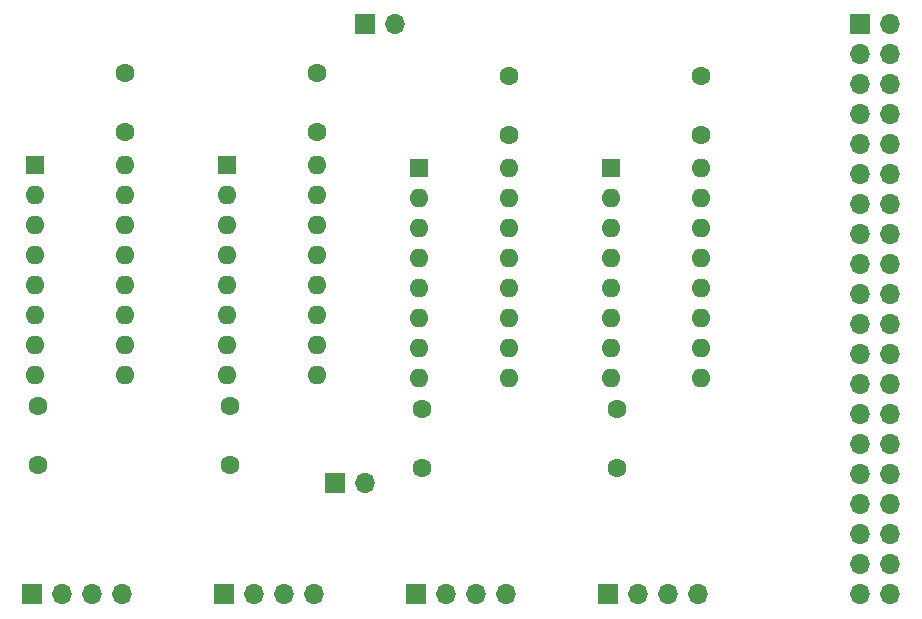
<source format=gbr>
%TF.GenerationSoftware,KiCad,Pcbnew,(7.0.0)*%
%TF.CreationDate,2023-04-25T22:49:32-05:00*%
%TF.ProjectId,ThorPCB,54686f72-5043-4422-9e6b-696361645f70,rev?*%
%TF.SameCoordinates,Original*%
%TF.FileFunction,Soldermask,Bot*%
%TF.FilePolarity,Negative*%
%FSLAX46Y46*%
G04 Gerber Fmt 4.6, Leading zero omitted, Abs format (unit mm)*
G04 Created by KiCad (PCBNEW (7.0.0)) date 2023-04-25 22:49:32*
%MOMM*%
%LPD*%
G01*
G04 APERTURE LIST*
%ADD10C,1.600000*%
%ADD11R,1.600000X1.600000*%
%ADD12O,1.600000X1.600000*%
%ADD13R,1.700000X1.700000*%
%ADD14O,1.700000X1.700000*%
G04 APERTURE END LIST*
D10*
%TO.C,C8*%
X129794000Y-60666000D03*
X129794000Y-55666000D03*
%TD*%
%TO.C,C7*%
X146050000Y-60666000D03*
X146050000Y-55666000D03*
%TD*%
%TO.C,C6*%
X162306000Y-55920000D03*
X162306000Y-60920000D03*
%TD*%
%TO.C,C5*%
X178562000Y-60920000D03*
X178562000Y-55920000D03*
%TD*%
%TO.C,C4*%
X171450000Y-84114000D03*
X171450000Y-89114000D03*
%TD*%
%TO.C,C3*%
X154940000Y-84114000D03*
X154940000Y-89114000D03*
%TD*%
%TO.C,C2*%
X138684000Y-83860000D03*
X138684000Y-88860000D03*
%TD*%
%TO.C,C1*%
X122428000Y-83860000D03*
X122428000Y-88860000D03*
%TD*%
D11*
%TO.C,U2*%
X154685999Y-63753999D03*
D12*
X154685999Y-66293999D03*
X154685999Y-68833999D03*
X154685999Y-71373999D03*
X154685999Y-73913999D03*
X154685999Y-76453999D03*
X154685999Y-78993999D03*
X154685999Y-81533999D03*
X162305999Y-81533999D03*
X162305999Y-78993999D03*
X162305999Y-76453999D03*
X162305999Y-73913999D03*
X162305999Y-71373999D03*
X162305999Y-68833999D03*
X162305999Y-66293999D03*
X162305999Y-63753999D03*
%TD*%
D11*
%TO.C,U3*%
X170941999Y-63753999D03*
D12*
X170941999Y-66293999D03*
X170941999Y-68833999D03*
X170941999Y-71373999D03*
X170941999Y-73913999D03*
X170941999Y-76453999D03*
X170941999Y-78993999D03*
X170941999Y-81533999D03*
X178561999Y-81533999D03*
X178561999Y-78993999D03*
X178561999Y-76453999D03*
X178561999Y-73913999D03*
X178561999Y-71373999D03*
X178561999Y-68833999D03*
X178561999Y-66293999D03*
X178561999Y-63753999D03*
%TD*%
D13*
%TO.C,J1*%
X192023999Y-51561999D03*
D14*
X194563999Y-51561999D03*
X192023999Y-54101999D03*
X194563999Y-54101999D03*
X192023999Y-56641999D03*
X194563999Y-56641999D03*
X192023999Y-59181999D03*
X194563999Y-59181999D03*
X192023999Y-61721999D03*
X194563999Y-61721999D03*
X192023999Y-64261999D03*
X194563999Y-64261999D03*
X192023999Y-66801999D03*
X194563999Y-66801999D03*
X192023999Y-69341999D03*
X194563999Y-69341999D03*
X192023999Y-71881999D03*
X194563999Y-71881999D03*
X192023999Y-74421999D03*
X194563999Y-74421999D03*
X192023999Y-76961999D03*
X194563999Y-76961999D03*
X192023999Y-79501999D03*
X194563999Y-79501999D03*
X192023999Y-82041999D03*
X194563999Y-82041999D03*
X192023999Y-84581999D03*
X194563999Y-84581999D03*
X192023999Y-87121999D03*
X194563999Y-87121999D03*
X192023999Y-89661999D03*
X194563999Y-89661999D03*
X192023999Y-92201999D03*
X194563999Y-92201999D03*
X192023999Y-94741999D03*
X194563999Y-94741999D03*
X192023999Y-97281999D03*
X194563999Y-97281999D03*
X192023999Y-99821999D03*
X194563999Y-99821999D03*
%TD*%
D12*
%TO.C,U1*%
X146049999Y-63499999D03*
X146049999Y-66039999D03*
X146049999Y-68579999D03*
X146049999Y-71119999D03*
X146049999Y-73659999D03*
X146049999Y-76199999D03*
X146049999Y-78739999D03*
X146049999Y-81279999D03*
X138429999Y-81279999D03*
X138429999Y-78739999D03*
X138429999Y-76199999D03*
X138429999Y-73659999D03*
X138429999Y-71119999D03*
X138429999Y-68579999D03*
X138429999Y-66039999D03*
D11*
X138429999Y-63499999D03*
%TD*%
D13*
%TO.C,+*%
X147568999Y-90423999D03*
D14*
X150108999Y-90423999D03*
%TD*%
D13*
%TO.C,M1*%
X138175999Y-99821999D03*
D14*
X140715999Y-99821999D03*
X143255999Y-99821999D03*
X145795999Y-99821999D03*
%TD*%
D11*
%TO.C,U0*%
X122173999Y-63499999D03*
D12*
X122173999Y-66039999D03*
X122173999Y-68579999D03*
X122173999Y-71119999D03*
X122173999Y-73659999D03*
X122173999Y-76199999D03*
X122173999Y-78739999D03*
X122173999Y-81279999D03*
X129793999Y-81279999D03*
X129793999Y-78739999D03*
X129793999Y-76199999D03*
X129793999Y-73659999D03*
X129793999Y-71119999D03*
X129793999Y-68579999D03*
X129793999Y-66039999D03*
X129793999Y-63499999D03*
%TD*%
D13*
%TO.C,M3*%
X170687999Y-99821999D03*
D14*
X173227999Y-99821999D03*
X175767999Y-99821999D03*
X178307999Y-99821999D03*
%TD*%
D13*
%TO.C,M0*%
X121919999Y-99821999D03*
D14*
X124459999Y-99821999D03*
X126999999Y-99821999D03*
X129539999Y-99821999D03*
%TD*%
D13*
%TO.C,J3*%
X150108999Y-51561999D03*
D14*
X152648999Y-51561999D03*
%TD*%
D13*
%TO.C,M2*%
X154431999Y-99821999D03*
D14*
X156971999Y-99821999D03*
X159511999Y-99821999D03*
X162051999Y-99821999D03*
%TD*%
M02*

</source>
